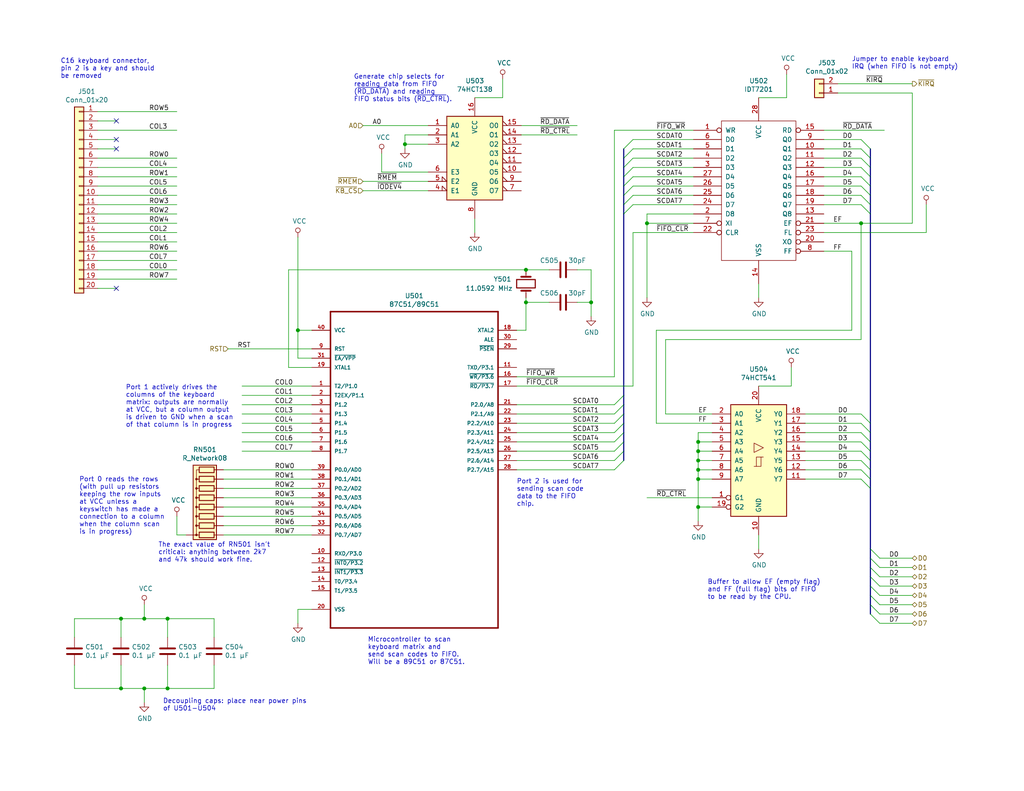
<source format=kicad_sch>
(kicad_sch (version 20250114) (generator "eeschema") (generator_version "9.0")
  (paper "USLetter")
  (title_block (title "keyboard controller") (company "daveho hacks"))
  (lib_symbols
    (symbol "74xx:74LS138" (pin_names (offset 1.016))
      (property "Reference" "U" (at -7.62 11.43 0))
      (property "Value" "74LS138" (at -7.62 -13.97 0))
      (symbol "74LS138_1_0"
        (pin input line (at -12.7 7.62 0) (length 5.08) (name "A0") (number "1"))
        (pin input line (at -12.7 5.08 0) (length 5.08) (name "A1") (number "2"))
        (pin input line (at -12.7 2.54 0) (length 5.08) (name "A2") (number "3"))
        (pin input line (at -12.7 -5.08 0) (length 5.08) (name "E3") (number "6"))
        (pin input input_low (at -12.7 -7.62 0) (length 5.08) (name "E2") (number "5"))
        (pin input input_low (at -12.7 -10.16 0) (length 5.08) (name "E1") (number "4"))
        (pin power_in line (at 0 15.24 270) (length 5.08) (name "VCC") (number "16"))
        (pin power_in line (at 0 -17.78 90) (length 5.08) (name "GND") (number "8"))
        (pin output output_low (at 12.7 7.62 180) (length 5.08) (name "O0") (number "15"))
        (pin output output_low (at 12.7 5.08 180) (length 5.08) (name "O1") (number "14"))
        (pin output output_low (at 12.7 2.54 180) (length 5.08) (name "O2") (number "13"))
        (pin output output_low (at 12.7 0 180) (length 5.08) (name "O3") (number "12"))
        (pin output output_low (at 12.7 -2.54 180) (length 5.08) (name "O4") (number "11"))
        (pin output output_low (at 12.7 -5.08 180) (length 5.08) (name "O5") (number "10"))
        (pin output output_low (at 12.7 -7.62 180) (length 5.08) (name "O6") (number "9"))
        (pin output output_low (at 12.7 -10.16 180) (length 5.08) (name "O7") (number "7"))
      )
      (symbol "74LS138_1_1"
        (rectangle (start -7.62 10.16) (end 7.62 -12.7) (stroke (width 0.254)) (fill (type background)))
      )
    )
    (symbol "74xx:74LS541" (pin_names (offset 1.016))
      (property "Reference" "U" (at -7.62 16.51 0))
      (property "Value" "74LS541" (at -7.62 -16.51 0))
      (symbol "74LS541_1_0"
        (polyline (pts (xy -1.27 -1.6002) (xy 0.635 -1.6002) (xy 0.635 0.9398) (xy 1.27 0.9398)))
        (polyline (pts (xy -0.635 -1.6002) (xy -0.635 0.9398) (xy 0.635 0.9398)))
        (polyline (pts (xy 1.27 3.4798) (xy -1.27 4.7498) (xy -1.27 2.2098) (xy 1.27 3.4798)) (stroke (width 0.1524)))
        (pin input line (at -12.7 12.7 0) (length 5.08) (name "A0") (number "2"))
        (pin input line (at -12.7 10.16 0) (length 5.08) (name "A1") (number "3"))
        (pin input line (at -12.7 7.62 0) (length 5.08) (name "A2") (number "4"))
        (pin input line (at -12.7 5.08 0) (length 5.08) (name "A3") (number "5"))
        (pin input line (at -12.7 2.54 0) (length 5.08) (name "A4") (number "6"))
        (pin input line (at -12.7 0 0) (length 5.08) (name "A5") (number "7"))
        (pin input line (at -12.7 -2.54 0) (length 5.08) (name "A6") (number "8"))
        (pin input line (at -12.7 -5.08 0) (length 5.08) (name "A7") (number "9"))
        (pin input inverted (at -12.7 -10.16 0) (length 5.08) (name "G1") (number "1"))
        (pin input inverted (at -12.7 -12.7 0) (length 5.08) (name "G2") (number "19"))
        (pin power_in line (at 0 20.32 270) (length 5.08) (name "VCC") (number "20"))
        (pin power_in line (at 0 -20.32 90) (length 5.08) (name "GND") (number "10"))
        (pin tri_state line (at 12.7 12.7 180) (length 5.08) (name "Y0") (number "18"))
        (pin tri_state line (at 12.7 10.16 180) (length 5.08) (name "Y1") (number "17"))
        (pin tri_state line (at 12.7 7.62 180) (length 5.08) (name "Y2") (number "16"))
        (pin tri_state line (at 12.7 5.08 180) (length 5.08) (name "Y3") (number "15"))
        (pin tri_state line (at 12.7 2.54 180) (length 5.08) (name "Y4") (number "14"))
        (pin tri_state line (at 12.7 0 180) (length 5.08) (name "Y5") (number "13"))
        (pin tri_state line (at 12.7 -2.54 180) (length 5.08) (name "Y6") (number "12"))
        (pin tri_state line (at 12.7 -5.08 180) (length 5.08) (name "Y7") (number "11"))
      )
      (symbol "74LS541_1_1"
        (rectangle (start -7.62 15.24) (end 7.62 -15.24) (stroke (width 0.254)) (fill (type background)))
      )
    )
    (symbol "Connector_Generic:Conn_01x02" (pin_names (offset 1.016) (hide yes))
      (property "Reference" "J" (at 0 2.54 0))
      (property "Value" "Conn_01x02" (at 0 -5.08 0))
      (symbol "Conn_01x02_1_1"
        (rectangle (start -1.27 1.27) (end 1.27 -3.81) (stroke (width 0.254)) (fill (type background)))
        (rectangle (start -1.27 0.127) (end 0 -0.127) (stroke (width 0.1524)))
        (rectangle (start -1.27 -2.413) (end 0 -2.667) (stroke (width 0.1524)))
        (pin passive line (at -5.08 0 0) (length 3.81) (name "Pin_1") (number "1"))
        (pin passive line (at -5.08 -2.54 0) (length 3.81) (name "Pin_2") (number "2"))
      )
    )
    (symbol "Connector_Generic:Conn_01x20" (pin_names (offset 1.016) (hide yes))
      (property "Reference" "J" (at 0 25.4 0))
      (property "Value" "Conn_01x20" (at 0 -27.94 0))
      (symbol "Conn_01x20_1_1"
        (rectangle (start -1.27 24.13) (end 1.27 -26.67) (stroke (width 0.254)) (fill (type background)))
        (rectangle (start -1.27 22.987) (end 0 22.733) (stroke (width 0.1524)))
        (rectangle (start -1.27 20.447) (end 0 20.193) (stroke (width 0.1524)))
        (rectangle (start -1.27 17.907) (end 0 17.653) (stroke (width 0.1524)))
        (rectangle (start -1.27 15.367) (end 0 15.113) (stroke (width 0.1524)))
        (rectangle (start -1.27 12.827) (end 0 12.573) (stroke (width 0.1524)))
        (rectangle (start -1.27 10.287) (end 0 10.033) (stroke (width 0.1524)))
        (rectangle (start -1.27 7.747) (end 0 7.493) (stroke (width 0.1524)))
        (rectangle (start -1.27 5.207) (end 0 4.953) (stroke (width 0.1524)))
        (rectangle (start -1.27 2.667) (end 0 2.413) (stroke (width 0.1524)))
        (rectangle (start -1.27 0.127) (end 0 -0.127) (stroke (width 0.1524)))
        (rectangle (start -1.27 -2.413) (end 0 -2.667) (stroke (width 0.1524)))
        (rectangle (start -1.27 -4.953) (end 0 -5.207) (stroke (width 0.1524)))
        (rectangle (start -1.27 -7.493) (end 0 -7.747) (stroke (width 0.1524)))
        (rectangle (start -1.27 -10.033) (end 0 -10.287) (stroke (width 0.1524)))
        (rectangle (start -1.27 -12.573) (end 0 -12.827) (stroke (width 0.1524)))
        (rectangle (start -1.27 -15.113) (end 0 -15.367) (stroke (width 0.1524)))
        (rectangle (start -1.27 -17.653) (end 0 -17.907) (stroke (width 0.1524)))
        (rectangle (start -1.27 -20.193) (end 0 -20.447) (stroke (width 0.1524)))
        (rectangle (start -1.27 -22.733) (end 0 -22.987) (stroke (width 0.1524)))
        (rectangle (start -1.27 -25.273) (end 0 -25.527) (stroke (width 0.1524)))
        (pin passive line (at -5.08 22.86 0) (length 3.81) (name "Pin_1") (number "1"))
        (pin passive line (at -5.08 20.32 0) (length 3.81) (name "Pin_2") (number "2"))
        (pin passive line (at -5.08 17.78 0) (length 3.81) (name "Pin_3") (number "3"))
        (pin passive line (at -5.08 15.24 0) (length 3.81) (name "Pin_4") (number "4"))
        (pin passive line (at -5.08 12.7 0) (length 3.81) (name "Pin_5") (number "5"))
        (pin passive line (at -5.08 10.16 0) (length 3.81) (name "Pin_6") (number "6"))
        (pin passive line (at -5.08 7.62 0) (length 3.81) (name "Pin_7") (number "7"))
        (pin passive line (at -5.08 5.08 0) (length 3.81) (name "Pin_8") (number "8"))
        (pin passive line (at -5.08 2.54 0) (length 3.81) (name "Pin_9") (number "9"))
        (pin passive line (at -5.08 0 0) (length 3.81) (name "Pin_10") (number "10"))
        (pin passive line (at -5.08 -2.54 0) (length 3.81) (name "Pin_11") (number "11"))
        (pin passive line (at -5.08 -5.08 0) (length 3.81) (name "Pin_12") (number "12"))
        (pin passive line (at -5.08 -7.62 0) (length 3.81) (name "Pin_13") (number "13"))
        (pin passive line (at -5.08 -10.16 0) (length 3.81) (name "Pin_14") (number "14"))
        (pin passive line (at -5.08 -12.7 0) (length 3.81) (name "Pin_15") (number "15"))
        (pin passive line (at -5.08 -15.24 0) (length 3.81) (name "Pin_16") (number "16"))
        (pin passive line (at -5.08 -17.78 0) (length 3.81) (name "Pin_17") (number "17"))
        (pin passive line (at -5.08 -20.32 0) (length 3.81) (name "Pin_18") (number "18"))
        (pin passive line (at -5.08 -22.86 0) (length 3.81) (name "Pin_19") (number "19"))
        (pin passive line (at -5.08 -25.4 0) (length 3.81) (name "Pin_20") (number "20"))
      )
    )
    (symbol "P80C32SBPN:P80C32SBPN" (pin_names (offset 1.016))
      (property "Reference" "U" (at -5.4864 43.3832 0))
      (property "Value" "P80C32SBPN" (at -3.5306 -50.6476 0))
      (symbol "P80C32SBPN_0_0"
        (polyline (pts (xy -22.86 40.64) (xy -22.86 -45.72)) (stroke (width 0.4064)))
        (polyline (pts (xy -22.86 -45.72) (xy 22.86 -45.72)) (stroke (width 0.4064)))
        (polyline (pts (xy 22.86 40.64) (xy -22.86 40.64)) (stroke (width 0.4064)))
        (polyline (pts (xy 22.86 -45.72) (xy 22.86 40.64)) (stroke (width 0.4064)))
        (pin power_in line (at -27.94 35.56 0) (length 5.08) (name "VCC") (number "40"))
        (pin input line (at -27.94 30.48 0) (length 5.08) (name "RST") (number "9"))
        (pin input line (at -27.94 27.94 0) (length 5.08) (name "~{EA/VPP}") (number "31"))
        (pin input line (at -27.94 25.4 0) (length 5.08) (name "XTAL1") (number "19"))
        (pin bidirectional line (at -27.94 20.32 0) (length 5.08) (name "T2/P1.0") (number "1"))
        (pin input line (at -27.94 17.78 0) (length 5.08) (name "T2EX/P1.1") (number "2"))
        (pin bidirectional line (at -27.94 15.24 0) (length 5.08) (name "P1.2") (number "3"))
        (pin bidirectional line (at -27.94 12.7 0) (length 5.08) (name "P1.3") (number "4"))
        (pin bidirectional line (at -27.94 10.16 0) (length 5.08) (name "P1.4") (number "5"))
        (pin bidirectional line (at -27.94 7.62 0) (length 5.08) (name "P1.5") (number "6"))
        (pin bidirectional line (at -27.94 5.08 0) (length 5.08) (name "P1.6") (number "7"))
        (pin bidirectional line (at -27.94 2.54 0) (length 5.08) (name "P1.7") (number "8"))
        (pin bidirectional line (at -27.94 -2.54 0) (length 5.08) (name "P0.0/AD0") (number "39"))
        (pin bidirectional line (at -27.94 -5.08 0) (length 5.08) (name "P0.1/AD1") (number "38"))
        (pin bidirectional line (at -27.94 -7.62 0) (length 5.08) (name "P0.2/AD2") (number "37"))
        (pin bidirectional line (at -27.94 -10.16 0) (length 5.08) (name "P0.3/AD3") (number "36"))
        (pin bidirectional line (at -27.94 -12.7 0) (length 5.08) (name "P0.4/AD4") (number "35"))
        (pin bidirectional line (at -27.94 -15.24 0) (length 5.08) (name "P0.5/AD5") (number "34"))
        (pin bidirectional line (at -27.94 -17.78 0) (length 5.08) (name "P0.6/AD6") (number "33"))
        (pin bidirectional line (at -27.94 -20.32 0) (length 5.08) (name "P0.7/AD7") (number "32"))
        (pin input line (at -27.94 -25.4 0) (length 5.08) (name "RXD/P3.0") (number "10"))
        (pin input line (at -27.94 -27.94 0) (length 5.08) (name "~{INT0/P3.2}") (number "12"))
        (pin input line (at -27.94 -30.48 0) (length 5.08) (name "~{INT1/P3.3}") (number "13"))
        (pin input line (at -27.94 -33.02 0) (length 5.08) (name "T0/P3.4") (number "14"))
        (pin input line (at -27.94 -35.56 0) (length 5.08) (name "T1/P3.5") (number "15"))
        (pin passive line (at -27.94 -40.64 0) (length 5.08) (name "VSS") (number "20"))
        (pin output line (at 27.94 35.56 180) (length 5.08) (name "XTAL2") (number "18"))
        (pin output line (at 27.94 33.02 180) (length 5.08) (name "ALE") (number "30"))
        (pin output line (at 27.94 30.48 180) (length 5.08) (name "~{PSEN}") (number "29"))
        (pin output line (at 27.94 25.4 180) (length 5.08) (name "TXD/P3.1") (number "11"))
        (pin output line (at 27.94 22.86 180) (length 5.08) (name "~{WR/P3.6}") (number "16"))
        (pin output line (at 27.94 20.32 180) (length 5.08) (name "~{RD/P3.7}") (number "17"))
        (pin bidirectional line (at 27.94 15.24 180) (length 5.08) (name "P2.0/A8") (number "21"))
        (pin bidirectional line (at 27.94 12.7 180) (length 5.08) (name "P2.1/A9") (number "22"))
        (pin bidirectional line (at 27.94 10.16 180) (length 5.08) (name "P2.2/A10") (number "23"))
        (pin bidirectional line (at 27.94 7.62 180) (length 5.08) (name "P2.3/A11") (number "24"))
        (pin bidirectional line (at 27.94 5.08 180) (length 5.08) (name "P2.4/A12") (number "25"))
        (pin bidirectional line (at 27.94 2.54 180) (length 5.08) (name "P2.5/A13") (number "26"))
        (pin bidirectional line (at 27.94 0 180) (length 5.08) (name "P2.6/A14") (number "27"))
        (pin bidirectional line (at 27.94 -2.54 180) (length 5.08) (name "P2.7/A15") (number "28"))
      )
    )
    (symbol "device:C" (pin_numbers (hide yes)) (pin_names (offset 0.254))
      (property "Reference" "C" (at 0.635 2.54 0))
      (property "Value" "C" (at 0.635 -2.54 0))
      (symbol "C_0_1"
        (polyline (pts (xy -2.032 0.762) (xy 2.032 0.762)) (stroke (width 0.508)))
        (polyline (pts (xy -2.032 -0.762) (xy 2.032 -0.762)) (stroke (width 0.508)))
      )
      (symbol "C_1_1"
        (pin passive line (at 0 3.81 270) (length 2.794) (name "~") (number "1"))
        (pin passive line (at 0 -3.81 90) (length 2.794) (name "~") (number "2"))
      )
    )
    (symbol "device:Crystal" (pin_numbers (hide yes)) (pin_names (offset 1.016) (hide yes))
      (property "Reference" "Y" (at 0 3.81 0))
      (property "Value" "Crystal" (at 0 -3.81 0))
      (symbol "Crystal_0_1"
        (polyline (pts (xy -2.54 0) (xy -1.905 0)))
        (polyline (pts (xy -1.905 -1.27) (xy -1.905 1.27)) (stroke (width 0.508)))
        (rectangle (start -1.143 2.54) (end 1.143 -2.54) (stroke (width 0.3048)))
        (polyline (pts (xy 1.905 -1.27) (xy 1.905 1.27)) (stroke (width 0.508)))
        (polyline (pts (xy 2.54 0) (xy 1.905 0)))
      )
      (symbol "Crystal_1_1"
        (pin passive line (at -3.81 0 0) (length 1.27) (name "1") (number "1"))
        (pin passive line (at 3.81 0 180) (length 1.27) (name "2") (number "2"))
      )
    )
    (symbol "device:R_Network08" (pin_numbers (hide yes)) (pin_names (offset 0) (hide yes))
      (property "Reference" "RN" (at -12.7 0 90))
      (property "Value" "R_Network08" (at 10.16 0 90))
      (symbol "R_Network08_0_1"
        (rectangle (start -11.43 -3.175) (end 8.89 3.175) (stroke (width 0.254)) (fill (type background)))
        (rectangle (start -10.922 1.524) (end -9.398 -2.54) (stroke (width 0.254)))
        (polyline (pts (xy -10.16 2.54) (xy -10.16 1.524)))
        (circle (center -10.16 2.286) (radius 0.254) (fill (type outline)))
        (polyline (pts (xy -10.16 1.524) (xy -10.16 2.286) (xy -7.62 2.286) (xy -7.62 1.524)))
        (rectangle (start -8.382 1.524) (end -6.858 -2.54) (stroke (width 0.254)))
        (circle (center -7.62 2.286) (radius 0.254) (fill (type outline)))
        (polyline (pts (xy -7.62 1.524) (xy -7.62 2.286) (xy -5.08 2.286) (xy -5.08 1.524)))
        (rectangle (start -5.842 1.524) (end -4.318 -2.54) (stroke (width 0.254)))
        (circle (center -5.08 2.286) (radius 0.254) (fill (type outline)))
        (polyline (pts (xy -5.08 1.524) (xy -5.08 2.286) (xy -2.54 2.286) (xy -2.54 1.524)))
        (rectangle (start -3.302 1.524) (end -1.778 -2.54) (stroke (width 0.254)))
        (circle (center -2.54 2.286) (radius 0.254) (fill (type outline)))
        (polyline (pts (xy -2.54 1.524) (xy -2.54 2.286) (xy 0 2.286) (xy 0 1.524)))
        (rectangle (start -0.762 1.524) (end 0.762 -2.54) (stroke (width 0.254)))
        (circle (center 0 2.286) (radius 0.254) (fill (type outline)))
        (polyline (pts (xy 0 1.524) (xy 0 2.286) (xy 2.54 2.286) (xy 2.54 1.524)))
        (rectangle (start 1.778 1.524) (end 3.302 -2.54) (stroke (width 0.254)))
        (circle (center 2.54 2.286) (radius 0.254) (fill (type outline)))
        (polyline (pts (xy 2.54 1.524) (xy 2.54 2.286) (xy 5.08 2.286) (xy 5.08 1.524)))
        (rectangle (start 4.318 1.524) (end 5.842 -2.54) (stroke (width 0.254)))
        (circle (center 5.08 2.286) (radius 0.254) (fill (type outline)))
        (polyline (pts (xy 5.08 1.524) (xy 5.08 2.286) (xy 7.62 2.286) (xy 7.62 1.524)))
        (rectangle (start 6.858 1.524) (end 8.382 -2.54) (stroke (width 0.254)))
      )
      (symbol "R_Network08_1_1"
        (pin passive line (at -10.16 5.08 270) (length 2.54) (name "common") (number "1"))
        (pin passive line (at -10.16 -5.08 90) (length 2.54) (name "R1") (number "2"))
        (pin passive line (at -7.62 -5.08 90) (length 2.54) (name "R2") (number "3"))
        (pin passive line (at -5.08 -5.08 90) (length 2.54) (name "R3") (number "4"))
        (pin passive line (at -2.54 -5.08 90) (length 2.54) (name "R4") (number "5"))
        (pin passive line (at 0 -5.08 90) (length 2.54) (name "R5") (number "6"))
        (pin passive line (at 2.54 -5.08 90) (length 2.54) (name "R6") (number "7"))
        (pin passive line (at 5.08 -5.08 90) (length 2.54) (name "R7") (number "8"))
        (pin passive line (at 7.62 -5.08 90) (length 2.54) (name "R8") (number "9"))
      )
    )
    (symbol "memory:IDT7201" (pin_names (offset 1.016))
      (property "Reference" "U" (at 0 2.54 0))
      (property "Value" "IDT7201" (at 0 -2.54 0))
      (symbol "IDT7201_0_1"
        (rectangle (start -10.16 -19.05) (end 10.16 19.05))
      )
      (symbol "IDT7201_1_1"
        (pin input inverted (at -17.78 16.51 0) (length 7.62) (name "WR") (number "1"))
        (pin input line (at -17.78 13.97 0) (length 7.62) (name "D0") (number "6"))
        (pin input line (at -17.78 11.43 0) (length 7.62) (name "D1") (number "5"))
        (pin input line (at -17.78 8.89 0) (length 7.62) (name "D2") (number "4"))
        (pin input line (at -17.78 6.35 0) (length 7.62) (name "D3") (number "3"))
        (pin input line (at -17.78 3.81 0) (length 7.62) (name "D4") (number "27"))
        (pin input line (at -17.78 1.27 0) (length 7.62) (name "D5") (number "26"))
        (pin input line (at -17.78 -1.27 0) (length 7.62) (name "D6") (number "25"))
        (pin input line (at -17.78 -3.81 0) (length 7.62) (name "D7") (number "24"))
        (pin input line (at -17.78 -6.35 0) (length 7.62) (name "D8") (number "2"))
        (pin input inverted (at -17.78 -8.89 0) (length 7.62) (name "XI") (number "7"))
        (pin input inverted (at -17.78 -11.43 0) (length 7.62) (name "CLR") (number "22"))
        (pin input line (at 0 25.4 270) (length 6.35) (name "VCC") (number "28"))
        (pin input line (at 0 -25.4 90) (length 6.35) (name "VSS") (number "14"))
        (pin input inverted (at 17.78 16.51 180) (length 7.62) (name "RD") (number "15"))
        (pin tri_state line (at 17.78 13.97 180) (length 7.62) (name "Q0") (number "9"))
        (pin tri_state line (at 17.78 11.43 180) (length 7.62) (name "Q1") (number "10"))
        (pin tri_state line (at 17.78 8.89 180) (length 7.62) (name "Q2") (number "11"))
        (pin tri_state line (at 17.78 6.35 180) (length 7.62) (name "Q3") (number "12"))
        (pin tri_state line (at 17.78 3.81 180) (length 7.62) (name "Q4") (number "16"))
        (pin tri_state line (at 17.78 1.27 180) (length 7.62) (name "Q5") (number "17"))
        (pin tri_state line (at 17.78 -1.27 180) (length 7.62) (name "Q6") (number "18"))
        (pin tri_state line (at 17.78 -3.81 180) (length 7.62) (name "Q7") (number "19"))
        (pin tri_state line (at 17.78 -6.35 180) (length 7.62) (name "Q8") (number "13"))
        (pin output inverted (at 17.78 -8.89 180) (length 7.62) (name "EF") (number "21"))
        (pin input inverted (at 17.78 -11.43 180) (length 7.62) (name "FL") (number "23"))
        (pin input inverted (at 17.78 -13.97 180) (length 7.62) (name "XO") (number "20"))
        (pin output inverted (at 17.78 -16.51 180) (length 7.62) (name "FF") (number "8"))
      )
    )
    (symbol "power:GND" (power) (pin_names (offset 0))
      (property "Value" "GND" (at 0 -3.81 0))
      (symbol "GND_0_1"
        (polyline (pts (xy 0 0) (xy 0 -1.27) (xy 1.27 -1.27) (xy 0 -2.54) (xy -1.27 -1.27) (xy 0 -1.27)))
      )
      (symbol "GND_1_1"
        (pin power_in line (at 0 0 270) (length 0) (hide yes) (name "GND") (number "1"))
      )
    )
    (symbol "power:VCC" (power) (pin_names (offset 0))
      (property "Value" "VCC" (at 0 3.81 0))
      (symbol "VCC_0_1"
        (circle (center 0 1.905) (radius 0.635))
        (polyline (pts (xy 0 0) (xy 0 1.27)))
      )
      (symbol "VCC_1_1"
        (pin power_in line (at 0 0 90) (length 0) (hide yes) (name "VCC") (number "1"))
      )
    )
  )
  (text "The exact value of RN501 isn't\ncritical: anything between 2k7\nand 47k should work fine." (at 43.18 153.67 0) (effects (font (size 1.27 1.27)) (justify left bottom)))
  (text "Port 2 is used for\nsending scan code\ndata to the FIFO\nchip." (at 140.97 138.43 0) (effects (font (size 1.27 1.27)) (justify left bottom)))
  (text "Port 1 actively drives the\ncolumns of the keyboard\nmatrix: outputs are normally\nat VCC, but a column output\nis driven to GND when a scan\nof that column is in progress" (at 34.29 116.84 0) (effects (font (size 1.27 1.27)) (justify left bottom)))
  (text "Buffer to allow EF (empty flag)\nand FF (full flag) bits of FIFO\nto be read by the CPU." (at 193.04 163.83 0) (effects (font (size 1.27 1.27)) (justify left bottom)))
  (text "Jumper to enable keyboard\nIRQ (when FIFO is not empty)" (at 232.41 19.05 0) (effects (font (size 1.27 1.27)) (justify left bottom)))
  (text "Decoupling caps: place near power pins\nof U501-U504" (at 44.45 194.31 0) (effects (font (size 1.27 1.27)) (justify left bottom)))
  (text "Microcontroller to scan\nkeyboard matrix and\nsend scan codes to FIFO.\nWill be a 89C51 or 87C51." (at 100.33 181.61 0) (effects (font (size 1.27 1.27)) (justify left bottom)))
  (text "Port 0 reads the rows\n(with pull up resistors\nkeeping the row inputs\nat VCC unless a\nkeyswitch has made a\nconnection to a column\nwhen the column scan\nis in progress)" (at 21.59 146.05 0) (effects (font (size 1.27 1.27)) (justify left bottom)))
  (text "Generate chip selects for\nreading data from FIFO\n(~{RD_DATA}) and reading\nFIFO status bits (~{RD_CTRL})." (at 96.52 27.94 0) (effects (font (size 1.27 1.27)) (justify left bottom)))
  (text "C16 keyboard connector,\npin 2 is a key and should\nbe removed" (at 16.51 21.59 0) (effects (font (size 1.27 1.27)) (justify left bottom)))
  (junction (at 190.5 123.19))
  (junction (at 190.5 130.81))
  (junction (at 190.5 128.27))
  (junction (at 161.29 82.55))
  (junction (at 33.02 168.91))
  (junction (at 45.72 187.96))
  (junction (at 39.37 168.91))
  (junction (at 33.02 187.96))
  (junction (at 110.49 39.37))
  (junction (at 81.28 90.17))
  (junction (at 190.5 120.65))
  (junction (at 176.53 60.96))
  (junction (at 143.51 82.55))
  (junction (at 39.37 187.96))
  (junction (at 190.5 125.73))
  (junction (at 190.5 138.43))
  (junction (at 45.72 168.91))
  (junction (at 234.95 60.96))
  (junction (at 143.51 73.66))
  (no_connect (at 31.75 78.74))
  (no_connect (at 31.75 40.64))
  (no_connect (at 31.75 38.1))
  (no_connect (at 31.75 33.02))
  (bus_entry (at 167.64 128.27) (size 2.54 -2.54))
  (bus_entry (at 234.95 45.72) (size 2.54 2.54))
  (bus_entry (at 167.64 120.65) (size 2.54 -2.54))
  (bus_entry (at 234.95 38.1) (size 2.54 2.54))
  (bus_entry (at 234.95 123.19) (size 2.54 2.54))
  (bus_entry (at 170.18 45.72) (size 2.54 -2.54))
  (bus_entry (at 234.95 130.81) (size 2.54 2.54))
  (bus_entry (at 237.49 149.86) (size 2.54 2.54))
  (bus_entry (at 234.95 118.11) (size 2.54 2.54))
  (bus_entry (at 234.95 55.88) (size 2.54 2.54))
  (bus_entry (at 234.95 50.8) (size 2.54 2.54))
  (bus_entry (at 167.64 110.49) (size 2.54 -2.54))
  (bus_entry (at 237.49 167.64) (size 2.54 2.54))
  (bus_entry (at 234.95 120.65) (size 2.54 2.54))
  (bus_entry (at 167.64 115.57) (size 2.54 -2.54))
  (bus_entry (at 167.64 125.73) (size 2.54 -2.54))
  (bus_entry (at 167.64 123.19) (size 2.54 -2.54))
  (bus_entry (at 170.18 48.26) (size 2.54 -2.54))
  (bus_entry (at 170.18 53.34) (size 2.54 -2.54))
  (bus_entry (at 237.49 157.48) (size 2.54 2.54))
  (bus_entry (at 170.18 55.88) (size 2.54 -2.54))
  (bus_entry (at 237.49 154.94) (size 2.54 2.54))
  (bus_entry (at 234.95 53.34) (size 2.54 2.54))
  (bus_entry (at 234.95 128.27) (size 2.54 2.54))
  (bus_entry (at 170.18 40.64) (size 2.54 -2.54))
  (bus_entry (at 234.95 40.64) (size 2.54 2.54))
  (bus_entry (at 170.18 50.8) (size 2.54 -2.54))
  (bus_entry (at 234.95 43.18) (size 2.54 2.54))
  (bus_entry (at 167.64 118.11) (size 2.54 -2.54))
  (bus_entry (at 234.95 125.73) (size 2.54 2.54))
  (bus_entry (at 234.95 115.57) (size 2.54 2.54))
  (bus_entry (at 167.64 113.03) (size 2.54 -2.54))
  (bus_entry (at 237.49 160.02) (size 2.54 2.54))
  (bus_entry (at 170.18 58.42) (size 2.54 -2.54))
  (bus_entry (at 170.18 43.18) (size 2.54 -2.54))
  (bus_entry (at 237.49 165.1) (size 2.54 2.54))
  (bus_entry (at 237.49 162.56) (size 2.54 2.54))
  (bus_entry (at 237.49 152.4) (size 2.54 2.54))
  (bus_entry (at 234.95 48.26) (size 2.54 2.54))
  (bus_entry (at 234.95 113.03) (size 2.54 2.54))
  (wire (pts (xy 140.97 120.65) (xy 167.64 120.65)))
  (wire (pts (xy 219.71 125.73) (xy 234.95 125.73)))
  (wire (pts (xy 143.51 73.66) (xy 149.86 73.66)))
  (wire (pts (xy 140.97 115.57) (xy 167.64 115.57)))
  (wire (pts (xy 45.72 181.61) (xy 45.72 187.96)))
  (wire (pts (xy 26.67 33.02) (xy 31.75 33.02)))
  (wire (pts (xy 60.96 138.43) (xy 85.09 138.43)))
  (wire (pts (xy 190.5 138.43) (xy 190.5 142.24)))
  (wire (pts (xy 33.02 181.61) (xy 33.02 187.96)))
  (wire (pts (xy 26.67 63.5) (xy 48.26 63.5)))
  (wire (pts (xy 85.09 97.79) (xy 81.28 97.79)))
  (bus (pts (xy 237.49 152.4) (xy 237.49 154.94)))
  (wire (pts (xy 33.02 173.99) (xy 33.02 168.91)))
  (wire (pts (xy 66.04 113.03) (xy 85.09 113.03)))
  (wire (pts (xy 20.32 168.91) (xy 33.02 168.91)))
  (wire (pts (xy 219.71 113.03) (xy 234.95 113.03)))
  (wire (pts (xy 26.67 73.66) (xy 48.26 73.66)))
  (bus (pts (xy 170.18 45.72) (xy 170.18 48.26)))
  (bus (pts (xy 237.49 125.73) (xy 237.49 128.27)))
  (wire (pts (xy 149.86 82.55) (xy 143.51 82.55)))
  (bus (pts (xy 237.49 133.35) (xy 237.49 149.86)))
  (wire (pts (xy 45.72 173.99) (xy 45.72 168.91)))
  (bus (pts (xy 170.18 48.26) (xy 170.18 50.8)))
  (wire (pts (xy 66.04 118.11) (xy 85.09 118.11)))
  (wire (pts (xy 85.09 100.33) (xy 78.74 100.33)))
  (wire (pts (xy 189.23 60.96) (xy 176.53 60.96)))
  (wire (pts (xy 190.5 128.27) (xy 190.5 130.81)))
  (wire (pts (xy 66.04 123.19) (xy 85.09 123.19)))
  (wire (pts (xy 26.67 60.96) (xy 48.26 60.96)))
  (wire (pts (xy 157.48 82.55) (xy 161.29 82.55)))
  (wire (pts (xy 228.6 22.86) (xy 248.92 22.86)))
  (wire (pts (xy 66.04 107.95) (xy 85.09 107.95)))
  (wire (pts (xy 140.97 123.19) (xy 167.64 123.19)))
  (bus (pts (xy 237.49 149.86) (xy 237.49 152.4)))
  (bus (pts (xy 170.18 55.88) (xy 170.18 58.42)))
  (wire (pts (xy 219.71 118.11) (xy 234.95 118.11)))
  (wire (pts (xy 33.02 168.91) (xy 39.37 168.91)))
  (wire (pts (xy 224.79 43.18) (xy 234.95 43.18)))
  (bus (pts (xy 237.49 154.94) (xy 237.49 157.48)))
  (wire (pts (xy 26.67 40.64) (xy 31.75 40.64)))
  (wire (pts (xy 48.26 146.05) (xy 48.26 140.97)))
  (wire (pts (xy 140.97 113.03) (xy 167.64 113.03)))
  (wire (pts (xy 26.67 45.72) (xy 48.26 45.72)))
  (wire (pts (xy 172.72 105.41) (xy 172.72 63.5)))
  (wire (pts (xy 81.28 97.79) (xy 81.28 90.17)))
  (wire (pts (xy 78.74 73.66) (xy 143.51 73.66)))
  (wire (pts (xy 181.61 92.71) (xy 181.61 113.03)))
  (wire (pts (xy 194.31 138.43) (xy 190.5 138.43)))
  (wire (pts (xy 39.37 187.96) (xy 39.37 191.77)))
  (wire (pts (xy 60.96 135.89) (xy 85.09 135.89)))
  (wire (pts (xy 60.96 143.51) (xy 85.09 143.51)))
  (wire (pts (xy 194.31 125.73) (xy 190.5 125.73)))
  (wire (pts (xy 39.37 187.96) (xy 45.72 187.96)))
  (wire (pts (xy 26.67 55.88) (xy 48.26 55.88)))
  (wire (pts (xy 172.72 48.26) (xy 189.23 48.26)))
  (wire (pts (xy 167.64 35.56) (xy 189.23 35.56)))
  (wire (pts (xy 224.79 40.64) (xy 234.95 40.64)))
  (wire (pts (xy 50.8 146.05) (xy 48.26 146.05)))
  (bus (pts (xy 237.49 55.88) (xy 237.49 58.42)))
  (wire (pts (xy 240.03 160.02) (xy 248.92 160.02)))
  (wire (pts (xy 224.79 50.8) (xy 234.95 50.8)))
  (wire (pts (xy 172.72 40.64) (xy 189.23 40.64)))
  (wire (pts (xy 110.49 39.37) (xy 110.49 40.64)))
  (wire (pts (xy 20.32 173.99) (xy 20.32 168.91)))
  (wire (pts (xy 248.92 60.96) (xy 234.95 60.96)))
  (wire (pts (xy 224.79 63.5) (xy 252.73 63.5)))
  (wire (pts (xy 85.09 90.17) (xy 81.28 90.17)))
  (wire (pts (xy 66.04 120.65) (xy 85.09 120.65)))
  (wire (pts (xy 116.84 52.07) (xy 99.06 52.07)))
  (bus (pts (xy 237.49 162.56) (xy 237.49 165.1)))
  (wire (pts (xy 142.24 34.29) (xy 157.48 34.29)))
  (wire (pts (xy 240.03 170.18) (xy 248.92 170.18)))
  (wire (pts (xy 143.51 81.28) (xy 143.51 82.55)))
  (bus (pts (xy 237.49 120.65) (xy 237.49 123.19)))
  (wire (pts (xy 26.67 50.8) (xy 48.26 50.8)))
  (wire (pts (xy 224.79 45.72) (xy 234.95 45.72)))
  (wire (pts (xy 234.95 92.71) (xy 181.61 92.71)))
  (wire (pts (xy 81.28 90.17) (xy 81.28 64.77)))
  (wire (pts (xy 104.14 46.99) (xy 104.14 41.91)))
  (bus (pts (xy 237.49 157.48) (xy 237.49 160.02)))
  (wire (pts (xy 140.97 110.49) (xy 167.64 110.49)))
  (wire (pts (xy 140.97 125.73) (xy 167.64 125.73)))
  (wire (pts (xy 116.84 46.99) (xy 104.14 46.99)))
  (wire (pts (xy 39.37 168.91) (xy 39.37 165.1)))
  (wire (pts (xy 232.41 68.58) (xy 232.41 90.17)))
  (wire (pts (xy 219.71 120.65) (xy 234.95 120.65)))
  (bus (pts (xy 170.18 50.8) (xy 170.18 53.34)))
  (bus (pts (xy 237.49 48.26) (xy 237.49 50.8)))
  (wire (pts (xy 179.07 90.17) (xy 179.07 115.57)))
  (wire (pts (xy 116.84 34.29) (xy 99.06 34.29)))
  (wire (pts (xy 228.6 25.4) (xy 248.92 25.4)))
  (wire (pts (xy 116.84 49.53) (xy 99.06 49.53)))
  (wire (pts (xy 62.23 95.25) (xy 85.09 95.25)))
  (wire (pts (xy 66.04 115.57) (xy 85.09 115.57)))
  (wire (pts (xy 140.97 118.11) (xy 167.64 118.11)))
  (wire (pts (xy 26.67 43.18) (xy 48.26 43.18)))
  (wire (pts (xy 224.79 68.58) (xy 232.41 68.58)))
  (bus (pts (xy 170.18 40.64) (xy 170.18 43.18)))
  (wire (pts (xy 60.96 130.81) (xy 85.09 130.81)))
  (wire (pts (xy 116.84 39.37) (xy 110.49 39.37)))
  (bus (pts (xy 237.49 160.02) (xy 237.49 162.56)))
  (wire (pts (xy 85.09 166.37) (xy 81.28 166.37)))
  (wire (pts (xy 190.5 123.19) (xy 190.5 125.73)))
  (wire (pts (xy 252.73 63.5) (xy 252.73 55.88)))
  (wire (pts (xy 26.67 38.1) (xy 31.75 38.1)))
  (wire (pts (xy 194.31 123.19) (xy 190.5 123.19)))
  (wire (pts (xy 157.48 73.66) (xy 161.29 73.66)))
  (bus (pts (xy 237.49 58.42) (xy 237.49 115.57)))
  (wire (pts (xy 224.79 60.96) (xy 234.95 60.96)))
  (bus (pts (xy 170.18 113.03) (xy 170.18 115.57)))
  (wire (pts (xy 26.67 58.42) (xy 48.26 58.42)))
  (wire (pts (xy 176.53 60.96) (xy 176.53 81.28)))
  (wire (pts (xy 60.96 140.97) (xy 85.09 140.97)))
  (wire (pts (xy 45.72 168.91) (xy 58.42 168.91)))
  (wire (pts (xy 240.03 162.56) (xy 248.92 162.56)))
  (bus (pts (xy 237.49 165.1) (xy 237.49 167.64)))
  (bus (pts (xy 170.18 107.95) (xy 170.18 110.49)))
  (wire (pts (xy 78.74 100.33) (xy 78.74 73.66)))
  (wire (pts (xy 116.84 36.83) (xy 110.49 36.83)))
  (wire (pts (xy 219.71 123.19) (xy 234.95 123.19)))
  (wire (pts (xy 26.67 35.56) (xy 48.26 35.56)))
  (wire (pts (xy 232.41 90.17) (xy 179.07 90.17)))
  (wire (pts (xy 219.71 115.57) (xy 234.95 115.57)))
  (bus (pts (xy 170.18 118.11) (xy 170.18 120.65)))
  (bus (pts (xy 170.18 110.49) (xy 170.18 113.03)))
  (wire (pts (xy 66.04 105.41) (xy 85.09 105.41)))
  (bus (pts (xy 237.49 43.18) (xy 237.49 45.72)))
  (wire (pts (xy 26.67 48.26) (xy 48.26 48.26)))
  (wire (pts (xy 33.02 187.96) (xy 39.37 187.96)))
  (bus (pts (xy 237.49 45.72) (xy 237.49 48.26)))
  (wire (pts (xy 140.97 105.41) (xy 172.72 105.41)))
  (wire (pts (xy 240.03 152.4) (xy 248.92 152.4)))
  (bus (pts (xy 237.49 123.19) (xy 237.49 125.73)))
  (wire (pts (xy 207.01 105.41) (xy 215.9 105.41)))
  (wire (pts (xy 224.79 38.1) (xy 234.95 38.1)))
  (wire (pts (xy 194.31 130.81) (xy 190.5 130.81)))
  (bus (pts (xy 237.49 128.27) (xy 237.49 130.81)))
  (wire (pts (xy 172.72 53.34) (xy 189.23 53.34)))
  (wire (pts (xy 248.92 25.4) (xy 248.92 60.96)))
  (wire (pts (xy 181.61 113.03) (xy 194.31 113.03)))
  (wire (pts (xy 207.01 146.05) (xy 207.01 149.86)))
  (wire (pts (xy 240.03 157.48) (xy 248.92 157.48)))
  (wire (pts (xy 172.72 43.18) (xy 189.23 43.18)))
  (wire (pts (xy 224.79 53.34) (xy 234.95 53.34)))
  (wire (pts (xy 129.54 59.69) (xy 129.54 63.5)))
  (wire (pts (xy 172.72 55.88) (xy 189.23 55.88)))
  (wire (pts (xy 58.42 168.91) (xy 58.42 173.99)))
  (wire (pts (xy 194.31 128.27) (xy 190.5 128.27)))
  (wire (pts (xy 110.49 36.83) (xy 110.49 39.37)))
  (wire (pts (xy 240.03 167.64) (xy 248.92 167.64)))
  (bus (pts (xy 237.49 40.64) (xy 237.49 43.18)))
  (bus (pts (xy 170.18 123.19) (xy 170.18 125.73)))
  (wire (pts (xy 45.72 187.96) (xy 58.42 187.96)))
  (wire (pts (xy 190.5 130.81) (xy 190.5 138.43)))
  (wire (pts (xy 219.71 128.27) (xy 234.95 128.27)))
  (wire (pts (xy 207.01 77.47) (xy 207.01 81.28)))
  (wire (pts (xy 240.03 154.94) (xy 248.92 154.94)))
  (wire (pts (xy 39.37 168.91) (xy 45.72 168.91)))
  (wire (pts (xy 26.67 71.12) (xy 48.26 71.12)))
  (wire (pts (xy 26.67 53.34) (xy 48.26 53.34)))
  (wire (pts (xy 26.67 30.48) (xy 48.26 30.48)))
  (wire (pts (xy 142.24 36.83) (xy 157.48 36.83)))
  (wire (pts (xy 167.64 102.87) (xy 167.64 35.56)))
  (bus (pts (xy 170.18 43.18) (xy 170.18 45.72)))
  (bus (pts (xy 237.49 130.81) (xy 237.49 133.35)))
  (wire (pts (xy 26.67 68.58) (xy 48.26 68.58)))
  (wire (pts (xy 66.04 110.49) (xy 85.09 110.49)))
  (wire (pts (xy 194.31 120.65) (xy 190.5 120.65)))
  (wire (pts (xy 172.72 63.5) (xy 189.23 63.5)))
  (wire (pts (xy 161.29 73.66) (xy 161.29 82.55)))
  (wire (pts (xy 60.96 133.35) (xy 85.09 133.35)))
  (wire (pts (xy 207.01 26.67) (xy 214.63 26.67)))
  (wire (pts (xy 81.28 166.37) (xy 81.28 170.18)))
  (bus (pts (xy 237.49 53.34) (xy 237.49 55.88)))
  (wire (pts (xy 214.63 26.67) (xy 214.63 20.32)))
  (bus (pts (xy 237.49 118.11) (xy 237.49 120.65)))
  (wire (pts (xy 26.67 78.74) (xy 31.75 78.74)))
  (wire (pts (xy 143.51 82.55) (xy 143.51 90.17)))
  (wire (pts (xy 140.97 128.27) (xy 167.64 128.27)))
  (wire (pts (xy 234.95 60.96) (xy 234.95 92.71)))
  (wire (pts (xy 60.96 146.05) (xy 85.09 146.05)))
  (wire (pts (xy 26.67 76.2) (xy 48.26 76.2)))
  (wire (pts (xy 215.9 105.41) (xy 215.9 100.33)))
  (wire (pts (xy 172.72 38.1) (xy 189.23 38.1)))
  (wire (pts (xy 176.53 58.42) (xy 176.53 60.96)))
  (bus (pts (xy 237.49 115.57) (xy 237.49 118.11)))
  (bus (pts (xy 170.18 58.42) (xy 170.18 107.95)))
  (wire (pts (xy 20.32 187.96) (xy 33.02 187.96)))
  (wire (pts (xy 140.97 90.17) (xy 143.51 90.17)))
  (wire (pts (xy 194.31 135.89) (xy 176.53 135.89)))
  (wire (pts (xy 189.23 58.42) (xy 176.53 58.42)))
  (bus (pts (xy 170.18 120.65) (xy 170.18 123.19)))
  (wire (pts (xy 240.03 165.1) (xy 248.92 165.1)))
  (wire (pts (xy 172.72 50.8) (xy 189.23 50.8)))
  (wire (pts (xy 219.71 130.81) (xy 234.95 130.81)))
  (wire (pts (xy 190.5 120.65) (xy 190.5 123.19)))
  (bus (pts (xy 170.18 53.34) (xy 170.18 55.88)))
  (wire (pts (xy 190.5 125.73) (xy 190.5 128.27)))
  (wire (pts (xy 60.96 128.27) (xy 85.09 128.27)))
  (wire (pts (xy 172.72 45.72) (xy 189.23 45.72)))
  (wire (pts (xy 129.54 26.67) (xy 137.16 26.67)))
  (wire (pts (xy 190.5 118.11) (xy 190.5 120.65)))
  (bus (pts (xy 237.49 50.8) (xy 237.49 53.34)))
  (wire (pts (xy 26.67 66.04) (xy 48.26 66.04)))
  (wire (pts (xy 161.29 82.55) (xy 161.29 86.36)))
  (wire (pts (xy 224.79 55.88) (xy 234.95 55.88)))
  (wire (pts (xy 241.3 35.56) (xy 224.79 35.56)))
  (wire (pts (xy 140.97 102.87) (xy 167.64 102.87)))
  (wire (pts (xy 137.16 26.67) (xy 137.16 21.59)))
  (wire (pts (xy 58.42 187.96) (xy 58.42 181.61)))
  (wire (pts (xy 179.07 115.57) (xy 194.31 115.57)))
  (bus (pts (xy 170.18 115.57) (xy 170.18 118.11)))
  (wire (pts (xy 194.31 118.11) (xy 190.5 118.11)))
  (wire (pts (xy 20.32 181.61) (xy 20.32 187.96)))
  (wire (pts (xy 224.79 48.26) (xy 234.95 48.26)))
  (label "D4" (at 242.57 162.56 0))
  (label "D1" (at 229.87 40.64 0))
  (label "~{IODEV4}" (at 102.87 52.07 0))
  (label "A0" (at 101.6 34.29 0))
  (label "D0" (at 242.57 152.4 0))
  (label "COL4" (at 40.64 45.72 0))
  (label "D2" (at 229.87 43.18 0))
  (label "COL3" (at 40.64 35.56 0))
  (label "D3" (at 228.6 120.65 0))
  (label "ROW6" (at 40.64 68.58 0))
  (label "ROW1" (at 40.64 48.26 0))
  (label "COL5" (at 40.64 50.8 0))
  (label "~{FIFO_CLR}" (at 179.07 63.5 0))
  (label "D6" (at 242.57 167.64 0))
  (label "EF" (at 190.5 113.03 0))
  (label "ROW3" (at 74.93 135.89 0))
  (label "D3" (at 229.87 45.72 0))
  (label "~{FIFO_WR}" (at 179.07 35.56 0))
  (label "SCDAT0" (at 156.21 110.49 0))
  (label "~{RMEM}" (at 102.87 49.53 0))
  (label "SCDAT1" (at 179.07 40.64 0))
  (label "~{KIRQ}" (at 236.22 22.86 0))
  (label "ROW2" (at 74.93 133.35 0))
  (label "ROW5" (at 40.64 30.48 0))
  (label "D4" (at 229.87 48.26 0))
  (label "D3" (at 242.57 160.02 0))
  (label "ROW2" (at 40.64 58.42 0))
  (label "D0" (at 229.87 38.1 0))
  (label "EF" (at 227.33 60.96 0))
  (label "SCDAT7" (at 156.21 128.27 0))
  (label "ROW4" (at 40.64 60.96 0))
  (label "D5" (at 242.57 165.1 0))
  (label "FF" (at 190.5 115.57 0))
  (label "SCDAT4" (at 179.07 48.26 0))
  (label "D7" (at 228.6 130.81 0))
  (label "D2" (at 242.57 157.48 0))
  (label "D7" (at 242.57 170.18 0))
  (label "D1" (at 228.6 115.57 0))
  (label "D2" (at 228.6 118.11 0))
  (label "ROW0" (at 40.64 43.18 0))
  (label "ROW7" (at 74.93 146.05 0))
  (label "ROW4" (at 74.93 138.43 0))
  (label "COL2" (at 74.93 110.49 0))
  (label "ROW5" (at 74.93 140.97 0))
  (label "COL1" (at 74.93 107.95 0))
  (label "COL1" (at 40.64 66.04 0))
  (label "COL4" (at 74.93 115.57 0))
  (label "D6" (at 229.87 53.34 0))
  (label "ROW6" (at 74.93 143.51 0))
  (label "ROW1" (at 74.93 130.81 0))
  (label "COL7" (at 74.93 123.19 0))
  (label "COL0" (at 74.93 105.41 0))
  (label "SCDAT3" (at 179.07 45.72 0))
  (label "~{FIFO_WR}" (at 143.51 102.87 0))
  (label "ROW0" (at 74.93 128.27 0))
  (label "D7" (at 229.87 55.88 0))
  (label "D6" (at 228.6 128.27 0))
  (label "SCDAT1" (at 156.21 113.03 0))
  (label "SCDAT0" (at 179.07 38.1 0))
  (label "SCDAT6" (at 179.07 53.34 0))
  (label "ROW3" (at 40.64 55.88 0))
  (label "SCDAT5" (at 156.21 123.19 0))
  (label "SCDAT6" (at 156.21 125.73 0))
  (label "SCDAT7" (at 179.07 55.88 0))
  (label "~{FIFO_CLR}" (at 143.51 105.41 0))
  (label "D5" (at 229.87 50.8 0))
  (label "COL6" (at 40.64 53.34 0))
  (label "D5" (at 228.6 125.73 0))
  (label "RST" (at 64.77 95.25 0))
  (label "FF" (at 227.33 68.58 0))
  (label "D0" (at 228.6 113.03 0))
  (label "SCDAT3" (at 156.21 118.11 0))
  (label "ROW7" (at 40.64 76.2 0))
  (label "COL7" (at 40.64 71.12 0))
  (label "D4" (at 228.6 123.19 0))
  (label "COL3" (at 74.93 113.03 0))
  (label "COL5" (at 74.93 118.11 0))
  (label "SCDAT2" (at 156.21 115.57 0))
  (label "COL0" (at 40.64 73.66 0))
  (label "~{RD_CTRL}" (at 147.32 36.83 0))
  (label "~{RD_DATA}" (at 229.87 35.56 0))
  (label "COL2" (at 40.64 63.5 0))
  (label "~{RD_DATA}" (at 147.32 34.29 0))
  (label "D1" (at 242.57 154.94 0))
  (label "SCDAT2" (at 179.07 43.18 0))
  (label "SCDAT4" (at 156.21 120.65 0))
  (label "SCDAT5" (at 179.07 50.8 0))
  (label "~{RD_CTRL}" (at 179.07 135.89 0))
  (label "COL6" (at 74.93 120.65 0))
  (hierarchical_label "D0" (shape bidirectional) (at 248.92 152.4 0))
  (hierarchical_label "D5" (shape bidirectional) (at 248.92 165.1 0))
  (hierarchical_label "RST" (shape input) (at 62.23 95.25 180))
  (hierarchical_label "D6" (shape bidirectional) (at 248.92 167.64 0))
  (hierarchical_label "D2" (shape bidirectional) (at 248.92 157.48 0))
  (hierarchical_label "A0" (shape input) (at 99.06 34.29 180))
  (hierarchical_label "~{KB_CS}" (shape input) (at 99.06 52.07 180))
  (hierarchical_label "D1" (shape bidirectional) (at 248.92 154.94 0))
  (hierarchical_label "~{RMEM}" (shape input) (at 99.06 49.53 180))
  (hierarchical_label "D4" (shape bidirectional) (at 248.92 162.56 0))
  (hierarchical_label "D3" (shape bidirectional) (at 248.92 160.02 0))
  (hierarchical_label "D7" (shape bidirectional) (at 248.92 170.18 0))
  (hierarchical_label "~{KIRQ}" (shape output) (at 248.92 22.86 0))
  (symbol (lib_id "memory:IDT7201") (at 207.01 52.07 0) (unit 1)
    (property "Reference" "U502" (at 207.01 22.0726 0))
    (property "Value" "IDT7201" (at 207.01 24.384 0))
    (property "Footprint" "Package_DIP:DIP-28_W7.62mm_Socket" (effects (hide yes)))
  )
  (symbol (lib_id "P80C32SBPN:P80C32SBPN") (at 113.03 125.73 0) (unit 1)
    (property "Reference" "U501" (at 113.03 80.772 0))
    (property "Value" "87C51/89C51" (at 113.03 83.0834 0))
    (property "Footprint" "Package_DIP:DIP-40_W15.24mm_Socket" (effects (hide yes)))
    (property "Datasheet" "None" (effects (hide yes)))
    (property "Field4" "NXP Semiconductors" (effects (hide yes)))
    (property "Field5" "DIP-40 NXP Semiconductors" (effects (hide yes)))
    (property "Field6" "Microcontroller 8-Bit" (effects (hide yes)))
    (property "Field7" "P80C32SBPN" (effects (hide yes)))
    (property "Field8" "Unavailable" (effects (hide yes)))
  )
  (symbol (lib_id "74xx:74LS138") (at 129.54 41.91 0) (unit 1)
    (property "Reference" "U503" (at 129.54 22.0726 0))
    (property "Value" "74HCT138" (at 129.54 24.384 0))
    (property "Footprint" "Package_DIP:DIP-16_W7.62mm_Socket" (effects (hide yes)))
  )
  (symbol (lib_id "74xx:74LS541") (at 207.01 125.73 0) (unit 1)
    (property "Reference" "U504" (at 207.01 100.8126 0))
    (property "Value" "74HCT541" (at 207.01 103.124 0))
    (property "Footprint" "Package_DIP:DIP-20_W7.62mm_Socket" (effects (hide yes)))
  )
  (symbol (lib_id "Connector_Generic:Conn_01x20") (at 21.59 53.34 0) (mirror y) (unit 1)
    (property "Reference" "J501" (at 23.6728 24.9682 0))
    (property "Value" "Conn_01x20" (at 23.6728 27.2796 0))
    (property "Footprint" "Connector_PinHeader_2.54mm:PinHeader_1x20_P2.54mm_Vertical" (effects (hide yes)))
  )
  (symbol (lib_id "power:GND") (at 110.49 40.64 0) (unit 1)
    (property "Reference" "#PWR0174" (effects (hide yes)))
    (property "Value" "GND" (at 110.617 45.0342 0))
  )
  (symbol (lib_id "power:VCC") (at 104.14 41.91 0) (unit 1)
    (property "Reference" "#PWR0175" (effects (hide yes)))
    (property "Value" "VCC" (at 104.5718 37.5158 0))
  )
  (symbol (lib_id "power:VCC") (at 137.16 21.59 0) (unit 1)
    (property "Reference" "#PWR0176" (effects (hide yes)))
    (property "Value" "VCC" (at 137.5918 17.1958 0))
  )
  (symbol (lib_id "power:VCC") (at 214.63 20.32 0) (unit 1)
    (property "Reference" "#PWR0177" (effects (hide yes)))
    (property "Value" "VCC" (at 215.0618 15.9258 0))
  )
  (symbol (lib_id "power:VCC") (at 215.9 100.33 0) (unit 1)
    (property "Reference" "#PWR0178" (effects (hide yes)))
    (property "Value" "VCC" (at 216.3318 95.9358 0))
  )
  (symbol (lib_id "power:GND") (at 207.01 81.28 0) (unit 1)
    (property "Reference" "#PWR0179" (effects (hide yes)))
    (property "Value" "GND" (at 207.137 85.6742 0))
  )
  (symbol (lib_id "power:GND") (at 207.01 149.86 0) (unit 1)
    (property "Reference" "#PWR0180" (effects (hide yes)))
    (property "Value" "GND" (at 207.137 154.2542 0))
  )
  (symbol (lib_id "power:GND") (at 190.5 142.24 0) (unit 1)
    (property "Reference" "#PWR0181" (effects (hide yes)))
    (property "Value" "GND" (at 190.627 146.6342 0))
  )
  (symbol (lib_id "power:GND") (at 129.54 63.5 0) (unit 1)
    (property "Reference" "#PWR0182" (effects (hide yes)))
    (property "Value" "GND" (at 129.667 67.8942 0))
  )
  (symbol (lib_id "power:VCC") (at 81.28 64.77 0) (unit 1)
    (property "Reference" "#PWR0183" (effects (hide yes)))
    (property "Value" "VCC" (at 81.7118 60.3758 0))
  )
  (symbol (lib_id "power:GND") (at 81.28 170.18 0) (unit 1)
    (property "Reference" "#PWR0184" (effects (hide yes)))
    (property "Value" "GND" (at 81.407 174.5742 0))
  )
  (symbol (lib_id "device:Crystal") (at 143.51 77.47 90) (unit 1)
    (property "Reference" "Y501" (at 134.62 76.2 90) (effects (justify right)))
    (property "Value" "11.0592 MHz" (at 127 78.74 90) (effects (justify right)))
    (property "Footprint" "Crystal:Crystal_HC18-U_Vertical" (effects (hide yes)))
  )
  (symbol (lib_id "power:GND") (at 176.53 81.28 0) (unit 1)
    (property "Reference" "#PWR0185" (effects (hide yes)))
    (property "Value" "GND" (at 176.657 85.6742 0))
  )
  (symbol (lib_id "device:C") (at 20.32 177.8 0) (unit 1)
    (property "Reference" "C501" (at 23.241 176.6316 0) (effects (justify left)))
    (property "Value" "0.1 μF" (at 23.241 178.943 0) (effects (justify left)))
    (property "Footprint" "Capacitor_THT:C_Disc_D5.0mm_W2.5mm_P2.50mm" (effects (hide yes)))
  )
  (symbol (lib_id "device:C") (at 33.02 177.8 0) (unit 1)
    (property "Reference" "C502" (at 35.941 176.6316 0) (effects (justify left)))
    (property "Value" "0.1 μF" (at 35.941 178.943 0) (effects (justify left)))
    (property "Footprint" "Capacitor_THT:C_Disc_D5.0mm_W2.5mm_P2.50mm" (effects (hide yes)))
  )
  (symbol (lib_id "device:C") (at 45.72 177.8 0) (unit 1)
    (property "Reference" "C503" (at 48.641 176.6316 0) (effects (justify left)))
    (property "Value" "0.1 μF" (at 48.641 178.943 0) (effects (justify left)))
    (property "Footprint" "Capacitor_THT:C_Disc_D5.0mm_W2.5mm_P2.50mm" (effects (hide yes)))
  )
  (symbol (lib_id "device:C") (at 58.42 177.8 0) (unit 1)
    (property "Reference" "C504" (at 61.341 176.6316 0) (effects (justify left)))
    (property "Value" "0.1 μF" (at 61.341 178.943 0) (effects (justify left)))
    (property "Footprint" "Capacitor_THT:C_Disc_D5.0mm_W2.5mm_P2.50mm" (effects (hide yes)))
  )
  (symbol (lib_id "power:VCC") (at 48.26 140.97 0) (unit 1)
    (property "Reference" "#PWR0190" (effects (hide yes)))
    (property "Value" "VCC" (at 48.6918 136.5758 0))
  )
  (symbol (lib_id "power:VCC") (at 39.37 165.1 0) (unit 1)
    (property "Reference" "#PWR0186" (effects (hide yes)))
    (property "Value" "VCC" (at 39.8018 160.7058 0))
  )
  (symbol (lib_id "power:GND") (at 39.37 191.77 0) (unit 1)
    (property "Reference" "#PWR0187" (effects (hide yes)))
    (property "Value" "GND" (at 39.497 196.1642 0))
  )
  (symbol (lib_id "power:VCC") (at 252.73 55.88 0) (unit 1)
    (property "Reference" "#PWR0188" (effects (hide yes)))
    (property "Value" "VCC" (at 253.1618 51.4858 0))
  )
  (symbol (lib_id "device:C") (at 153.67 73.66 270) (unit 1)
    (property "Reference" "C505" (at 149.86 71.12 90))
    (property "Value" "30pF" (at 157.48 71.12 90))
    (property "Footprint" "Capacitor_THT:C_Disc_D3.8mm_W2.6mm_P2.50mm" (effects (hide yes)))
  )
  (symbol (lib_id "device:C") (at 153.67 82.55 270) (unit 1)
    (property "Reference" "C506" (at 149.86 80.01 90))
    (property "Value" "30pF" (at 157.48 80.01 90))
    (property "Footprint" "Capacitor_THT:C_Disc_D3.8mm_W2.6mm_P2.50mm" (effects (hide yes)))
  )
  (symbol (lib_id "power:GND") (at 161.29 86.36 0) (unit 1)
    (property "Reference" "#PWR0189" (effects (hide yes)))
    (property "Value" "GND" (at 161.417 90.7542 0))
  )
  (symbol (lib_id "device:R_Network08") (at 55.88 135.89 90) (unit 1)
    (property "Reference" "RN501" (at 55.88 122.7582 90))
    (property "Value" "R_Network08" (at 55.88 125.0696 90))
    (property "Footprint" "Resistor_THT:R_Array_SIP9" (effects (hide yes)))
  )
  (symbol (lib_id "Connector_Generic:Conn_01x02") (at 223.52 25.4 180) (unit 1)
    (property "Reference" "J503" (at 225.6028 17.145 0))
    (property "Value" "Conn_01x02" (at 225.6028 19.4564 0))
    (property "Footprint" "Connector_PinHeader_2.54mm:PinHeader_1x02_P2.54mm_Vertical" (effects (hide yes)))
  )
)
</source>
